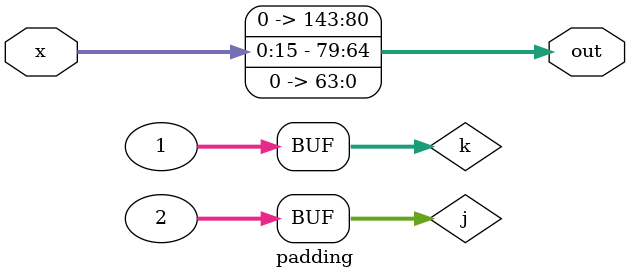
<source format=v>
`timescale 1ns / 1ps


module padding(x,out);
localparam DATA_WIDTH = 16;
parameter K = 1; //Depth of image and filter
parameter H = 1; //Height of image
parameter W = 1; //Width of image

input[0:K*W*H*DATA_WIDTH-1] x;
output reg[0:K*(W+2)*(H+2)*DATA_WIDTH-1] out;

integer k,j;
always @(x) begin
    for(k=0;k<K;k=k+1) begin
            for(j=1;j<(H+1);j=j+1) begin
       
            out[0*(H+2)*DATA_WIDTH+(k*(H+2)*(W+2))*DATA_WIDTH+j*DATA_WIDTH+:DATA_WIDTH] <= 16'b0000000000000000;
            out[(H+1)*(H+2)*DATA_WIDTH+(k*(H+2)*(W+2))*DATA_WIDTH+j*DATA_WIDTH+:DATA_WIDTH] <= 16'b0000000000000000;   
            out[j*(H+2)*DATA_WIDTH+(k*(H+2)*(W+2))*DATA_WIDTH+0*DATA_WIDTH+:DATA_WIDTH] <= 16'b0000000000000000;
            out[j*(H+2)*DATA_WIDTH+(k*(H+2)*(W+2))*DATA_WIDTH+(W+1)*DATA_WIDTH+:DATA_WIDTH] <= 16'b0000000000000000; 
            out[j*(H+2)*DATA_WIDTH+(k*(H+2)*(W+2))*DATA_WIDTH+1*DATA_WIDTH+:W*DATA_WIDTH] <= x[(j-1)*H*DATA_WIDTH+(k*H*W)*DATA_WIDTH+0*DATA_WIDTH+:W*DATA_WIDTH];    

            out[0*(H+2)*DATA_WIDTH+(k*(H+2)*(W+2))*DATA_WIDTH+0*DATA_WIDTH+:DATA_WIDTH] <= 16'b0000000000000000;
            out[0*(H+2)*DATA_WIDTH+(k*(H+2)*(W+2))*DATA_WIDTH+(W+1)*DATA_WIDTH+:DATA_WIDTH] <= 16'b0000000000000000;
            out[(H+1)*(H+2)*DATA_WIDTH+(k*(H+2)*(W+2))*DATA_WIDTH+0*DATA_WIDTH+:DATA_WIDTH] <= 16'b0000000000000000;
            out[(H+1)*(H+2)*DATA_WIDTH+(k*(H+2)*(W+2))*DATA_WIDTH+(W+1)*DATA_WIDTH+:DATA_WIDTH] <= 16'b0000000000000000;     
        end
    end
end
endmodule

</source>
